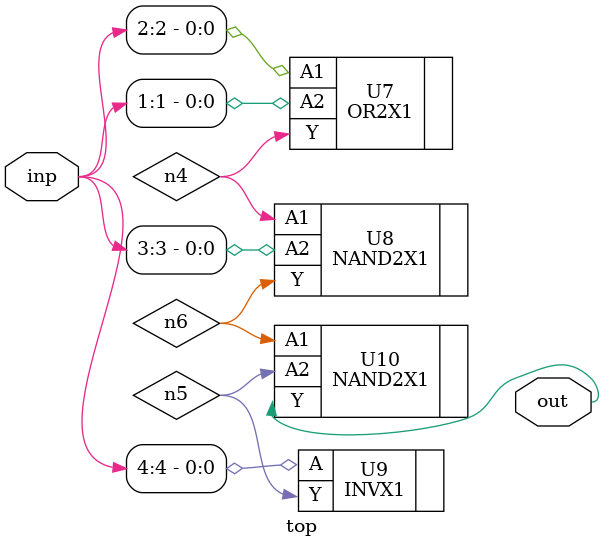
<source format=sv>


module top ( inp, out );
  input [4:0] inp;
  output out;
  wire   n4, n5, n6;

  OR2X1 U7 ( .A1(inp[2]), .A2(inp[1]), .Y(n4) );
  NAND2X1 U8 ( .A1(n4), .A2(inp[3]), .Y(n6) );
  INVX1 U9 ( .A(inp[4]), .Y(n5) );
  NAND2X1 U10 ( .A1(n6), .A2(n5), .Y(out) );
endmodule


</source>
